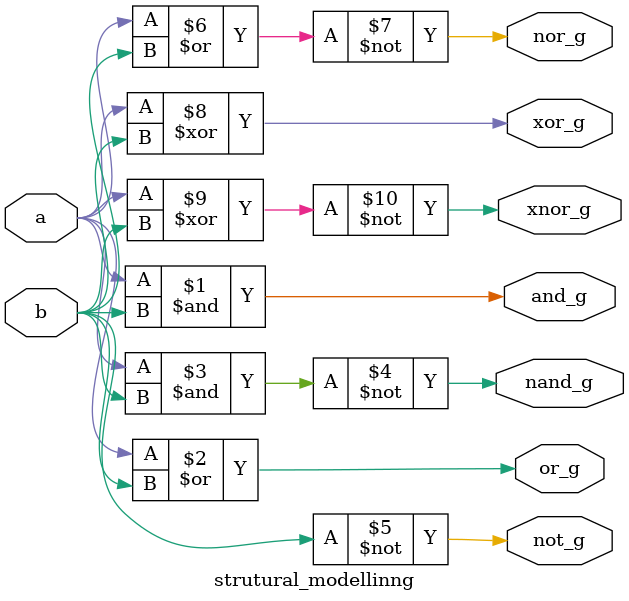
<source format=v>
`timescale 1ns / 1ps
module strutural_modellinng(
input a,b,
output and_g,
output or_g,
output nand_g,
output not_g,
output nor_g,
output xor_g,
output xnor_g
    );
assign and_g=a&b;
assign or_g=a|b;
assign nand_g=~(a&b);
assign not_g=~b;
assign nor_g=~(a|b);
assign xor_g=a^b;
assign xnor_g=~(a^b);

endmodule

</source>
